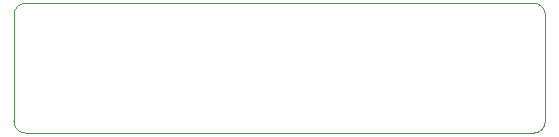
<source format=gbr>
%TF.GenerationSoftware,KiCad,Pcbnew,6.0.10-86aedd382b~118~ubuntu22.04.1*%
%TF.CreationDate,2023-03-14T18:26:24-07:00*%
%TF.ProjectId,pressure-spi-3,70726573-7375-4726-952d-7370692d332e,rev?*%
%TF.SameCoordinates,Original*%
%TF.FileFunction,Profile,NP*%
%FSLAX46Y46*%
G04 Gerber Fmt 4.6, Leading zero omitted, Abs format (unit mm)*
G04 Created by KiCad (PCBNEW 6.0.10-86aedd382b~118~ubuntu22.04.1) date 2023-03-14 18:26:24*
%MOMM*%
%LPD*%
G01*
G04 APERTURE LIST*
%TA.AperFunction,Profile*%
%ADD10C,0.100000*%
%TD*%
G04 APERTURE END LIST*
D10*
X-21500000Y0D02*
G75*
G03*
X-22500000Y-1000000I-1J-999999D01*
G01*
X22500000Y-1000000D02*
X22500000Y-10000000D01*
X21500000Y-11000000D02*
X-21500000Y-11000000D01*
X22500000Y-1000000D02*
G75*
G03*
X21500000Y0I-1000000J0D01*
G01*
X-21500000Y0D02*
X21500000Y0D01*
X-22500000Y-10000000D02*
X-22500000Y-1000000D01*
X21500000Y-11000000D02*
G75*
G03*
X22500000Y-10000000I0J1000000D01*
G01*
X-22500000Y-10000000D02*
G75*
G03*
X-21500000Y-11000000I999999J-1D01*
G01*
M02*

</source>
